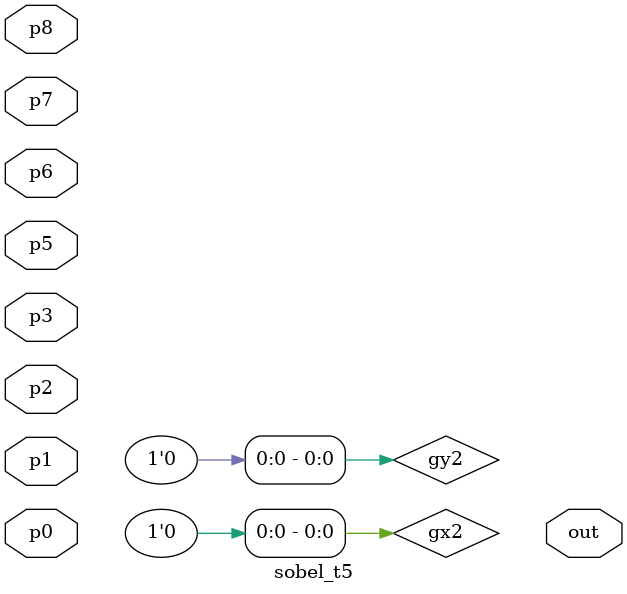
<source format=v>
`timescale 1ns / 1ps
module sobel_t5(p0, p1, p2, p3, p5, p6, p7, p8, out);

input  [7:0] p0,p1,p2,p3,p5,p6,p7,p8;	// 8 bit pixels inputs 
output [7:0] out;					// 8 bit output pixel 

wire signed [10:0] gx,gy;    //11 bits because max value of gx and gy is  
wire signed [10:0] gx1,gx2,gx3, gy1, gy2, gy3;    //11 bits because max value of gx and gy is  
//255*4 and last bit for sign					 
wire signed [10:0] abs_gx,abs_gy;	//it is used to find the absolute value of gx and gy 
wire [10:0] sum;			//the max value is 255*8. here no sign bit needed. 

assign gx1=(p2-p0);//sobel mask for gradient in horiz. direction 
assign gx2=((p5-p3)<<1);//sobel mask for gradient in horiz. direction 
assign gx3=(p8-p6);//sobel mask for gradient in horiz. direction 
assign gy1=(p0-p6);//sobel mask for gradient in vertical direction 
assign gy2=((p1-p7)<<1);//sobel mask for gradient in vertical direction 
assign gy3=(p2-p8);//sobel mask for gradient in vertical direction 

assign gx=(gx1+gx2+gx3);//sobel mask for gradient in horiz. direction 
assign gy=(gy1+gy2+gy3);//sobel mask for gradient in vertical direction 

assign abs_gx = (gx[10]? ~gx+1 : gx);	// to find the absolute value of gx. 


endmodule

</source>
